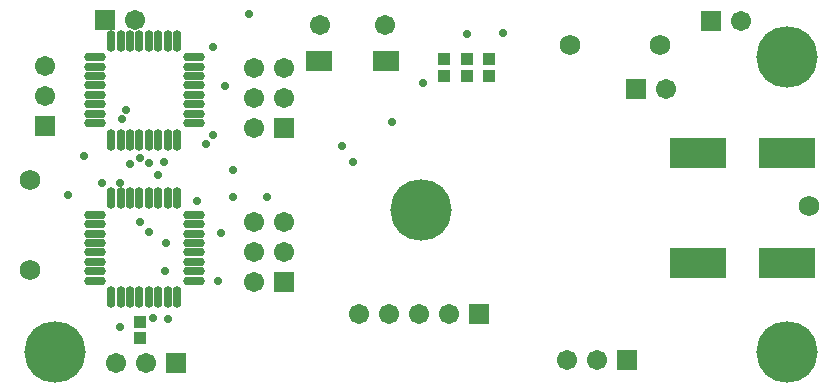
<source format=gbs>
G04 Layer_Color=16711935*
%FSLAX24Y24*%
%MOIN*%
G70*
G01*
G75*
%ADD39R,0.0434X0.0395*%
%ADD48C,0.0280*%
%ADD49R,0.0671X0.0671*%
%ADD50C,0.0671*%
%ADD51R,0.0671X0.0671*%
%ADD52C,0.0680*%
%ADD53C,0.2049*%
%ADD54C,0.0552*%
%ADD55R,0.0867X0.0655*%
%ADD56R,0.1871X0.0986*%
%ADD57O,0.0297X0.0730*%
%ADD58O,0.0730X0.0297*%
D39*
X4400Y2024D02*
D03*
Y2576D02*
D03*
X15300Y11326D02*
D03*
Y10774D02*
D03*
X14550Y11326D02*
D03*
Y10774D02*
D03*
X16050Y11326D02*
D03*
Y10774D02*
D03*
D48*
X8650Y6750D02*
D03*
X7500D02*
D03*
X6300Y6600D02*
D03*
X5200Y7900D02*
D03*
X8050Y12850D02*
D03*
X15300Y12178D02*
D03*
X16500Y12200D02*
D03*
X13850Y10550D02*
D03*
X11150Y8450D02*
D03*
X12800Y9250D02*
D03*
X4400Y8050D02*
D03*
Y5900D02*
D03*
X4707Y7857D02*
D03*
Y5557D02*
D03*
X2000Y6800D02*
D03*
X4078Y7828D02*
D03*
X3750Y7200D02*
D03*
X3150D02*
D03*
X6600Y8500D02*
D03*
X3950Y9650D02*
D03*
X6850Y8800D02*
D03*
X7100Y5550D02*
D03*
X3800Y9350D02*
D03*
X5293Y5207D02*
D03*
X7000Y3950D02*
D03*
X2550Y8100D02*
D03*
X7500Y7650D02*
D03*
X11500Y7900D02*
D03*
X3750Y2400D02*
D03*
X5250Y4263D02*
D03*
X4850Y2700D02*
D03*
X5022Y7472D02*
D03*
X5337Y2663D02*
D03*
X7250Y10450D02*
D03*
X6850Y11750D02*
D03*
D49*
X15700Y2850D02*
D03*
X20950Y10350D02*
D03*
X3250Y12650D02*
D03*
X23450Y12600D02*
D03*
X5600Y1200D02*
D03*
X20650Y1300D02*
D03*
D50*
X14700Y2850D02*
D03*
X13700D02*
D03*
X12700D02*
D03*
X11700D02*
D03*
X8200Y11050D02*
D03*
X9200D02*
D03*
X8200Y10050D02*
D03*
X9200D02*
D03*
X8200Y9050D02*
D03*
Y5900D02*
D03*
X9200D02*
D03*
X8200Y4900D02*
D03*
X9200D02*
D03*
X8200Y3900D02*
D03*
X21950Y10350D02*
D03*
X4250Y12650D02*
D03*
X24450Y12600D02*
D03*
X1250Y11100D02*
D03*
Y10100D02*
D03*
X3600Y1200D02*
D03*
X4600D02*
D03*
X18650Y1300D02*
D03*
X19650D02*
D03*
X10427Y12465D02*
D03*
X12573D02*
D03*
D51*
X9200Y9050D02*
D03*
Y3900D02*
D03*
X1250Y9100D02*
D03*
D52*
X26700Y6450D02*
D03*
X18750Y11800D02*
D03*
X21750D02*
D03*
X750Y4300D02*
D03*
Y7300D02*
D03*
D53*
X25984Y1575D02*
D03*
Y11417D02*
D03*
X1575Y1575D02*
D03*
X13780Y6299D02*
D03*
D54*
X12455Y11272D02*
D03*
X10545D02*
D03*
D55*
X12612D02*
D03*
X10388D02*
D03*
D56*
X23024Y8200D02*
D03*
X25976D02*
D03*
X25976Y4550D02*
D03*
X23024D02*
D03*
D57*
X5652Y11954D02*
D03*
X5337D02*
D03*
X5022D02*
D03*
X4707D02*
D03*
X4393D02*
D03*
X4078D02*
D03*
X3763D02*
D03*
X3448D02*
D03*
Y8646D02*
D03*
X3763D02*
D03*
X4078D02*
D03*
X4393D02*
D03*
X4707D02*
D03*
X5022D02*
D03*
X5337D02*
D03*
X5652D02*
D03*
X3448Y3396D02*
D03*
X3763D02*
D03*
X4078D02*
D03*
X4393D02*
D03*
X4707D02*
D03*
X5022D02*
D03*
X5337D02*
D03*
X5652D02*
D03*
Y6704D02*
D03*
X5337D02*
D03*
X5022D02*
D03*
X4707D02*
D03*
X4393D02*
D03*
X4078D02*
D03*
X3763D02*
D03*
X3448D02*
D03*
D58*
X2896Y11402D02*
D03*
Y11087D02*
D03*
Y10772D02*
D03*
Y10457D02*
D03*
Y10143D02*
D03*
Y9828D02*
D03*
Y9513D02*
D03*
Y9198D02*
D03*
X6204D02*
D03*
Y9513D02*
D03*
Y9828D02*
D03*
Y10143D02*
D03*
Y10457D02*
D03*
Y10772D02*
D03*
Y11087D02*
D03*
Y11402D02*
D03*
X2896Y6152D02*
D03*
Y5837D02*
D03*
Y5522D02*
D03*
Y5207D02*
D03*
Y4893D02*
D03*
Y4578D02*
D03*
Y4263D02*
D03*
Y3948D02*
D03*
X6204D02*
D03*
Y4263D02*
D03*
Y4578D02*
D03*
Y4893D02*
D03*
Y5207D02*
D03*
Y5522D02*
D03*
Y5837D02*
D03*
Y6152D02*
D03*
M02*

</source>
